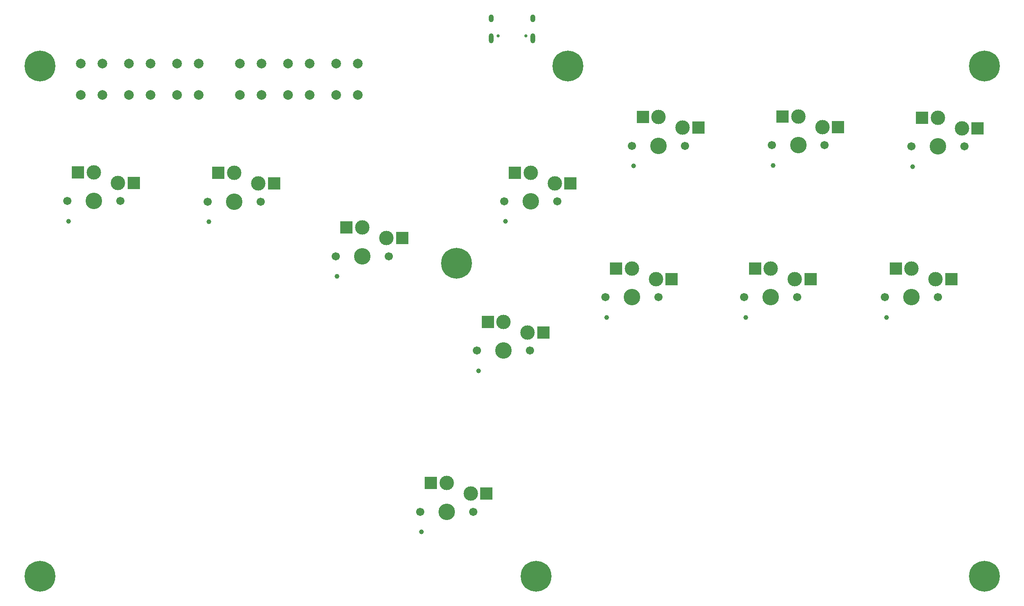
<source format=gbr>
%TF.GenerationSoftware,KiCad,Pcbnew,(6.0.4)*%
%TF.CreationDate,2022-04-24T23:02:38-04:00*%
%TF.ProjectId,Flatbox-rev4-rgb-kicad-WS2812B-4020,466c6174-626f-4782-9d72-6576342d7267,rev?*%
%TF.SameCoordinates,Original*%
%TF.FileFunction,Soldermask,Bot*%
%TF.FilePolarity,Negative*%
%FSLAX46Y46*%
G04 Gerber Fmt 4.6, Leading zero omitted, Abs format (unit mm)*
G04 Created by KiCad (PCBNEW (6.0.4)) date 2022-04-24 23:02:38*
%MOMM*%
%LPD*%
G01*
G04 APERTURE LIST*
%ADD10C,3.429000*%
%ADD11C,1.701800*%
%ADD12C,3.000000*%
%ADD13C,0.990600*%
%ADD14R,2.600000X2.600000*%
%ADD15C,2.000000*%
%ADD16C,0.650000*%
%ADD17O,1.000000X1.600000*%
%ADD18O,1.000000X2.100000*%
%ADD19C,6.400000*%
G04 APERTURE END LIST*
D10*
%TO.C,SW8*%
X87320000Y-65170000D03*
D11*
X81820000Y-65170000D03*
X92820000Y-65170000D03*
D12*
X92320000Y-61420000D03*
D13*
X82100000Y-69370000D03*
D12*
X87320000Y-59220000D03*
D14*
X84045000Y-59220000D03*
X95595000Y-61420000D03*
%TD*%
D12*
%TO.C,SW9*%
X113920000Y-70570000D03*
D10*
X113920000Y-76520000D03*
D11*
X108420000Y-76520000D03*
D12*
X118920000Y-72770000D03*
D11*
X119420000Y-76520000D03*
D13*
X108700000Y-80720000D03*
D14*
X110645000Y-70570000D03*
X122195000Y-72770000D03*
%TD*%
D13*
%TO.C,SW18*%
X126200000Y-133820000D03*
D11*
X125920000Y-129620000D03*
D12*
X131420000Y-123670000D03*
X136420000Y-125870000D03*
D11*
X136920000Y-129620000D03*
D10*
X131420000Y-129620000D03*
D14*
X128145000Y-123670000D03*
X139695000Y-125870000D03*
%TD*%
D10*
%TO.C,SW10*%
X148860000Y-65110000D03*
D12*
X148860000Y-59160000D03*
D13*
X143640000Y-69310000D03*
D11*
X154360000Y-65110000D03*
X143360000Y-65110000D03*
D12*
X153860000Y-61360000D03*
D14*
X145585000Y-59160000D03*
X157135000Y-61360000D03*
%TD*%
D10*
%TO.C,SW11*%
X175420000Y-53580000D03*
D12*
X180420000Y-49830000D03*
X175420000Y-47630000D03*
D13*
X170200000Y-57780000D03*
D11*
X180920000Y-53580000D03*
X169920000Y-53580000D03*
D14*
X172145000Y-47630000D03*
X183695000Y-49830000D03*
%TD*%
D10*
%TO.C,SW12*%
X204390000Y-53460000D03*
D12*
X209390000Y-49710000D03*
D13*
X199170000Y-57660000D03*
D11*
X209890000Y-53460000D03*
D12*
X204390000Y-47510000D03*
D11*
X198890000Y-53460000D03*
D14*
X201115000Y-47510000D03*
X212665000Y-49710000D03*
%TD*%
D11*
%TO.C,SW13*%
X227860000Y-53700000D03*
D12*
X233360000Y-47750000D03*
D13*
X228140000Y-57900000D03*
D11*
X238860000Y-53700000D03*
D10*
X233360000Y-53700000D03*
D12*
X238360000Y-49950000D03*
D14*
X230085000Y-47750000D03*
X241635000Y-49950000D03*
%TD*%
D10*
%TO.C,SW14*%
X143250000Y-96150000D03*
D12*
X143250000Y-90200000D03*
D11*
X137750000Y-96150000D03*
X148750000Y-96150000D03*
D12*
X148250000Y-92400000D03*
D13*
X138030000Y-100350000D03*
D14*
X139975000Y-90200000D03*
X151525000Y-92400000D03*
%TD*%
D11*
%TO.C,SW15*%
X164360000Y-85040000D03*
D12*
X174860000Y-81290000D03*
D10*
X169860000Y-85040000D03*
D13*
X164640000Y-89240000D03*
D12*
X169860000Y-79090000D03*
D11*
X175360000Y-85040000D03*
D14*
X166585000Y-79090000D03*
X178135000Y-81290000D03*
%TD*%
D12*
%TO.C,SW16*%
X203710000Y-81290000D03*
D13*
X193490000Y-89240000D03*
D12*
X198710000Y-79090000D03*
D11*
X204210000Y-85040000D03*
D10*
X198710000Y-85040000D03*
D11*
X193210000Y-85040000D03*
D14*
X195435000Y-79090000D03*
X206985000Y-81290000D03*
%TD*%
D11*
%TO.C,SW17*%
X222420000Y-85040000D03*
X233420000Y-85040000D03*
D12*
X227920000Y-79090000D03*
X232920000Y-81290000D03*
D13*
X222700000Y-89240000D03*
D10*
X227920000Y-85040000D03*
D14*
X224645000Y-79090000D03*
X236195000Y-81290000D03*
%TD*%
D11*
%TO.C,SW7*%
X52725000Y-65050000D03*
D10*
X58225000Y-65050000D03*
D11*
X63725000Y-65050000D03*
D12*
X58225000Y-59100000D03*
D13*
X53005000Y-69250000D03*
D12*
X63225000Y-61300000D03*
D14*
X54950000Y-59100000D03*
X66500000Y-61300000D03*
%TD*%
D15*
%TO.C,SW4*%
X88500000Y-43000000D03*
X88500000Y-36500000D03*
X93000000Y-43000000D03*
X93000000Y-36500000D03*
%TD*%
%TO.C,SW2*%
X65500000Y-43000000D03*
X65500000Y-36500000D03*
X70000000Y-36500000D03*
X70000000Y-43000000D03*
%TD*%
%TO.C,SW5*%
X98500000Y-36500000D03*
X98500000Y-43000000D03*
X103000000Y-36500000D03*
X103000000Y-43000000D03*
%TD*%
%TO.C,SW1*%
X55500000Y-36500000D03*
X55500000Y-43000000D03*
X60000000Y-43000000D03*
X60000000Y-36500000D03*
%TD*%
%TO.C,SW3*%
X75500000Y-43000000D03*
X75500000Y-36500000D03*
X80000000Y-36500000D03*
X80000000Y-43000000D03*
%TD*%
%TO.C,SW6*%
X108500000Y-36500000D03*
X108500000Y-43000000D03*
X113000000Y-36500000D03*
X113000000Y-43000000D03*
%TD*%
D16*
%TO.C,USB1*%
X147890000Y-30750000D03*
X142110000Y-30750000D03*
D17*
X140680000Y-27100000D03*
X149320000Y-27100000D03*
D18*
X149320000Y-31280000D03*
X140680000Y-31280000D03*
%TD*%
D19*
%TO.C,H5*%
X47000000Y-143000000D03*
%TD*%
%TO.C,H7*%
X243000000Y-143000000D03*
%TD*%
%TO.C,H4*%
X133500000Y-78000000D03*
%TD*%
%TO.C,H2*%
X156600000Y-37000000D03*
%TD*%
%TO.C,H1*%
X47000000Y-37000000D03*
%TD*%
%TO.C,H6*%
X150000000Y-143000000D03*
%TD*%
%TO.C,H3*%
X243000000Y-37000000D03*
%TD*%
M02*

</source>
